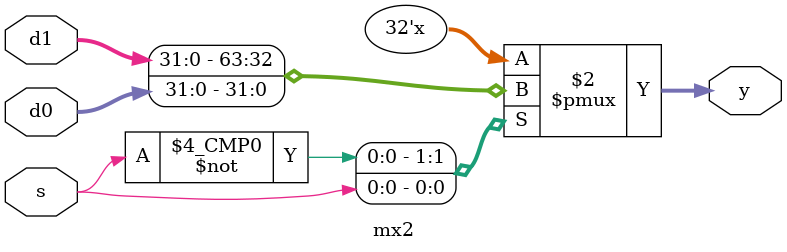
<source format=v>
module mx2(d0, d1, s, y); //The module is mx2
	input [31:0] d0, d1; //input
	input s;
	output reg [31:0] y; //output reg
	
	always@(s, d0, d1) //according to s, d0, d1
	begin //start option
		case(s) //case s
			1'b0	:	y = d1; //if s is 0, y is d1
			1'b1	:	y = d0;    //if s is 1, y is d0
			default : y =32'h0; //else, the y is 0
		endcase
	end //end option
endmodule 
</source>
